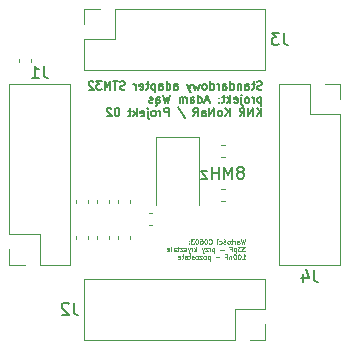
<source format=gbr>
%TF.GenerationSoftware,KiCad,Pcbnew,7.0.8*%
%TF.CreationDate,2024-01-12T13:09:39+01:00*%
%TF.ProjectId,adapter_STM32,61646170-7465-4725-9f53-544d33322e6b,rev?*%
%TF.SameCoordinates,Original*%
%TF.FileFunction,Legend,Bot*%
%TF.FilePolarity,Positive*%
%FSLAX46Y46*%
G04 Gerber Fmt 4.6, Leading zero omitted, Abs format (unit mm)*
G04 Created by KiCad (PCBNEW 7.0.8) date 2024-01-12 13:09:39*
%MOMM*%
%LPD*%
G01*
G04 APERTURE LIST*
%ADD10C,0.175000*%
%ADD11C,0.100000*%
%ADD12C,0.150000*%
%ADD13C,0.120000*%
G04 APERTURE END LIST*
D10*
X103891535Y-51211900D02*
X103791535Y-51245233D01*
X103791535Y-51245233D02*
X103624869Y-51245233D01*
X103624869Y-51245233D02*
X103558202Y-51211900D01*
X103558202Y-51211900D02*
X103524869Y-51178566D01*
X103524869Y-51178566D02*
X103491535Y-51111900D01*
X103491535Y-51111900D02*
X103491535Y-51045233D01*
X103491535Y-51045233D02*
X103524869Y-50978566D01*
X103524869Y-50978566D02*
X103558202Y-50945233D01*
X103558202Y-50945233D02*
X103624869Y-50911900D01*
X103624869Y-50911900D02*
X103758202Y-50878566D01*
X103758202Y-50878566D02*
X103824869Y-50845233D01*
X103824869Y-50845233D02*
X103858202Y-50811900D01*
X103858202Y-50811900D02*
X103891535Y-50745233D01*
X103891535Y-50745233D02*
X103891535Y-50678566D01*
X103891535Y-50678566D02*
X103858202Y-50611900D01*
X103858202Y-50611900D02*
X103824869Y-50578566D01*
X103824869Y-50578566D02*
X103758202Y-50545233D01*
X103758202Y-50545233D02*
X103591535Y-50545233D01*
X103591535Y-50545233D02*
X103491535Y-50578566D01*
X103291535Y-50778566D02*
X103024868Y-50778566D01*
X103191535Y-50545233D02*
X103191535Y-51145233D01*
X103191535Y-51145233D02*
X103158202Y-51211900D01*
X103158202Y-51211900D02*
X103091535Y-51245233D01*
X103091535Y-51245233D02*
X103024868Y-51245233D01*
X102491535Y-51245233D02*
X102491535Y-50878566D01*
X102491535Y-50878566D02*
X102524868Y-50811900D01*
X102524868Y-50811900D02*
X102591535Y-50778566D01*
X102591535Y-50778566D02*
X102724868Y-50778566D01*
X102724868Y-50778566D02*
X102791535Y-50811900D01*
X102491535Y-51211900D02*
X102558202Y-51245233D01*
X102558202Y-51245233D02*
X102724868Y-51245233D01*
X102724868Y-51245233D02*
X102791535Y-51211900D01*
X102791535Y-51211900D02*
X102824868Y-51145233D01*
X102824868Y-51145233D02*
X102824868Y-51078566D01*
X102824868Y-51078566D02*
X102791535Y-51011900D01*
X102791535Y-51011900D02*
X102724868Y-50978566D01*
X102724868Y-50978566D02*
X102558202Y-50978566D01*
X102558202Y-50978566D02*
X102491535Y-50945233D01*
X102158202Y-50778566D02*
X102158202Y-51245233D01*
X102158202Y-50845233D02*
X102124869Y-50811900D01*
X102124869Y-50811900D02*
X102058202Y-50778566D01*
X102058202Y-50778566D02*
X101958202Y-50778566D01*
X101958202Y-50778566D02*
X101891535Y-50811900D01*
X101891535Y-50811900D02*
X101858202Y-50878566D01*
X101858202Y-50878566D02*
X101858202Y-51245233D01*
X101224869Y-51245233D02*
X101224869Y-50545233D01*
X101224869Y-51211900D02*
X101291536Y-51245233D01*
X101291536Y-51245233D02*
X101424869Y-51245233D01*
X101424869Y-51245233D02*
X101491536Y-51211900D01*
X101491536Y-51211900D02*
X101524869Y-51178566D01*
X101524869Y-51178566D02*
X101558202Y-51111900D01*
X101558202Y-51111900D02*
X101558202Y-50911900D01*
X101558202Y-50911900D02*
X101524869Y-50845233D01*
X101524869Y-50845233D02*
X101491536Y-50811900D01*
X101491536Y-50811900D02*
X101424869Y-50778566D01*
X101424869Y-50778566D02*
X101291536Y-50778566D01*
X101291536Y-50778566D02*
X101224869Y-50811900D01*
X100591536Y-51245233D02*
X100591536Y-50878566D01*
X100591536Y-50878566D02*
X100624869Y-50811900D01*
X100624869Y-50811900D02*
X100691536Y-50778566D01*
X100691536Y-50778566D02*
X100824869Y-50778566D01*
X100824869Y-50778566D02*
X100891536Y-50811900D01*
X100591536Y-51211900D02*
X100658203Y-51245233D01*
X100658203Y-51245233D02*
X100824869Y-51245233D01*
X100824869Y-51245233D02*
X100891536Y-51211900D01*
X100891536Y-51211900D02*
X100924869Y-51145233D01*
X100924869Y-51145233D02*
X100924869Y-51078566D01*
X100924869Y-51078566D02*
X100891536Y-51011900D01*
X100891536Y-51011900D02*
X100824869Y-50978566D01*
X100824869Y-50978566D02*
X100658203Y-50978566D01*
X100658203Y-50978566D02*
X100591536Y-50945233D01*
X100258203Y-51245233D02*
X100258203Y-50778566D01*
X100258203Y-50911900D02*
X100224870Y-50845233D01*
X100224870Y-50845233D02*
X100191536Y-50811900D01*
X100191536Y-50811900D02*
X100124870Y-50778566D01*
X100124870Y-50778566D02*
X100058203Y-50778566D01*
X99524870Y-51245233D02*
X99524870Y-50545233D01*
X99524870Y-51211900D02*
X99591537Y-51245233D01*
X99591537Y-51245233D02*
X99724870Y-51245233D01*
X99724870Y-51245233D02*
X99791537Y-51211900D01*
X99791537Y-51211900D02*
X99824870Y-51178566D01*
X99824870Y-51178566D02*
X99858203Y-51111900D01*
X99858203Y-51111900D02*
X99858203Y-50911900D01*
X99858203Y-50911900D02*
X99824870Y-50845233D01*
X99824870Y-50845233D02*
X99791537Y-50811900D01*
X99791537Y-50811900D02*
X99724870Y-50778566D01*
X99724870Y-50778566D02*
X99591537Y-50778566D01*
X99591537Y-50778566D02*
X99524870Y-50811900D01*
X99091537Y-51245233D02*
X99158204Y-51211900D01*
X99158204Y-51211900D02*
X99191537Y-51178566D01*
X99191537Y-51178566D02*
X99224870Y-51111900D01*
X99224870Y-51111900D02*
X99224870Y-50911900D01*
X99224870Y-50911900D02*
X99191537Y-50845233D01*
X99191537Y-50845233D02*
X99158204Y-50811900D01*
X99158204Y-50811900D02*
X99091537Y-50778566D01*
X99091537Y-50778566D02*
X98991537Y-50778566D01*
X98991537Y-50778566D02*
X98924870Y-50811900D01*
X98924870Y-50811900D02*
X98891537Y-50845233D01*
X98891537Y-50845233D02*
X98858204Y-50911900D01*
X98858204Y-50911900D02*
X98858204Y-51111900D01*
X98858204Y-51111900D02*
X98891537Y-51178566D01*
X98891537Y-51178566D02*
X98924870Y-51211900D01*
X98924870Y-51211900D02*
X98991537Y-51245233D01*
X98991537Y-51245233D02*
X99091537Y-51245233D01*
X98624871Y-50778566D02*
X98491537Y-51245233D01*
X98491537Y-51245233D02*
X98358204Y-50911900D01*
X98358204Y-50911900D02*
X98224871Y-51245233D01*
X98224871Y-51245233D02*
X98091537Y-50778566D01*
X97891538Y-50778566D02*
X97724871Y-51245233D01*
X97558204Y-50778566D02*
X97724871Y-51245233D01*
X97724871Y-51245233D02*
X97791538Y-51411900D01*
X97791538Y-51411900D02*
X97824871Y-51445233D01*
X97824871Y-51445233D02*
X97891538Y-51478566D01*
X96458205Y-51245233D02*
X96458205Y-50878566D01*
X96458205Y-50878566D02*
X96491538Y-50811900D01*
X96491538Y-50811900D02*
X96558205Y-50778566D01*
X96558205Y-50778566D02*
X96691538Y-50778566D01*
X96691538Y-50778566D02*
X96758205Y-50811900D01*
X96458205Y-51211900D02*
X96524872Y-51245233D01*
X96524872Y-51245233D02*
X96691538Y-51245233D01*
X96691538Y-51245233D02*
X96758205Y-51211900D01*
X96758205Y-51211900D02*
X96791538Y-51145233D01*
X96791538Y-51145233D02*
X96791538Y-51078566D01*
X96791538Y-51078566D02*
X96758205Y-51011900D01*
X96758205Y-51011900D02*
X96691538Y-50978566D01*
X96691538Y-50978566D02*
X96524872Y-50978566D01*
X96524872Y-50978566D02*
X96458205Y-50945233D01*
X95824872Y-51245233D02*
X95824872Y-50545233D01*
X95824872Y-51211900D02*
X95891539Y-51245233D01*
X95891539Y-51245233D02*
X96024872Y-51245233D01*
X96024872Y-51245233D02*
X96091539Y-51211900D01*
X96091539Y-51211900D02*
X96124872Y-51178566D01*
X96124872Y-51178566D02*
X96158205Y-51111900D01*
X96158205Y-51111900D02*
X96158205Y-50911900D01*
X96158205Y-50911900D02*
X96124872Y-50845233D01*
X96124872Y-50845233D02*
X96091539Y-50811900D01*
X96091539Y-50811900D02*
X96024872Y-50778566D01*
X96024872Y-50778566D02*
X95891539Y-50778566D01*
X95891539Y-50778566D02*
X95824872Y-50811900D01*
X95191539Y-51245233D02*
X95191539Y-50878566D01*
X95191539Y-50878566D02*
X95224872Y-50811900D01*
X95224872Y-50811900D02*
X95291539Y-50778566D01*
X95291539Y-50778566D02*
X95424872Y-50778566D01*
X95424872Y-50778566D02*
X95491539Y-50811900D01*
X95191539Y-51211900D02*
X95258206Y-51245233D01*
X95258206Y-51245233D02*
X95424872Y-51245233D01*
X95424872Y-51245233D02*
X95491539Y-51211900D01*
X95491539Y-51211900D02*
X95524872Y-51145233D01*
X95524872Y-51145233D02*
X95524872Y-51078566D01*
X95524872Y-51078566D02*
X95491539Y-51011900D01*
X95491539Y-51011900D02*
X95424872Y-50978566D01*
X95424872Y-50978566D02*
X95258206Y-50978566D01*
X95258206Y-50978566D02*
X95191539Y-50945233D01*
X94858206Y-50778566D02*
X94858206Y-51478566D01*
X94858206Y-50811900D02*
X94791539Y-50778566D01*
X94791539Y-50778566D02*
X94658206Y-50778566D01*
X94658206Y-50778566D02*
X94591539Y-50811900D01*
X94591539Y-50811900D02*
X94558206Y-50845233D01*
X94558206Y-50845233D02*
X94524873Y-50911900D01*
X94524873Y-50911900D02*
X94524873Y-51111900D01*
X94524873Y-51111900D02*
X94558206Y-51178566D01*
X94558206Y-51178566D02*
X94591539Y-51211900D01*
X94591539Y-51211900D02*
X94658206Y-51245233D01*
X94658206Y-51245233D02*
X94791539Y-51245233D01*
X94791539Y-51245233D02*
X94858206Y-51211900D01*
X94324873Y-50778566D02*
X94058206Y-50778566D01*
X94224873Y-50545233D02*
X94224873Y-51145233D01*
X94224873Y-51145233D02*
X94191540Y-51211900D01*
X94191540Y-51211900D02*
X94124873Y-51245233D01*
X94124873Y-51245233D02*
X94058206Y-51245233D01*
X93558206Y-51211900D02*
X93624873Y-51245233D01*
X93624873Y-51245233D02*
X93758206Y-51245233D01*
X93758206Y-51245233D02*
X93824873Y-51211900D01*
X93824873Y-51211900D02*
X93858206Y-51145233D01*
X93858206Y-51145233D02*
X93858206Y-50878566D01*
X93858206Y-50878566D02*
X93824873Y-50811900D01*
X93824873Y-50811900D02*
X93758206Y-50778566D01*
X93758206Y-50778566D02*
X93624873Y-50778566D01*
X93624873Y-50778566D02*
X93558206Y-50811900D01*
X93558206Y-50811900D02*
X93524873Y-50878566D01*
X93524873Y-50878566D02*
X93524873Y-50945233D01*
X93524873Y-50945233D02*
X93858206Y-51011900D01*
X93224873Y-51245233D02*
X93224873Y-50778566D01*
X93224873Y-50911900D02*
X93191540Y-50845233D01*
X93191540Y-50845233D02*
X93158206Y-50811900D01*
X93158206Y-50811900D02*
X93091540Y-50778566D01*
X93091540Y-50778566D02*
X93024873Y-50778566D01*
X92291540Y-51211900D02*
X92191540Y-51245233D01*
X92191540Y-51245233D02*
X92024874Y-51245233D01*
X92024874Y-51245233D02*
X91958207Y-51211900D01*
X91958207Y-51211900D02*
X91924874Y-51178566D01*
X91924874Y-51178566D02*
X91891540Y-51111900D01*
X91891540Y-51111900D02*
X91891540Y-51045233D01*
X91891540Y-51045233D02*
X91924874Y-50978566D01*
X91924874Y-50978566D02*
X91958207Y-50945233D01*
X91958207Y-50945233D02*
X92024874Y-50911900D01*
X92024874Y-50911900D02*
X92158207Y-50878566D01*
X92158207Y-50878566D02*
X92224874Y-50845233D01*
X92224874Y-50845233D02*
X92258207Y-50811900D01*
X92258207Y-50811900D02*
X92291540Y-50745233D01*
X92291540Y-50745233D02*
X92291540Y-50678566D01*
X92291540Y-50678566D02*
X92258207Y-50611900D01*
X92258207Y-50611900D02*
X92224874Y-50578566D01*
X92224874Y-50578566D02*
X92158207Y-50545233D01*
X92158207Y-50545233D02*
X91991540Y-50545233D01*
X91991540Y-50545233D02*
X91891540Y-50578566D01*
X91691540Y-50545233D02*
X91291540Y-50545233D01*
X91491540Y-51245233D02*
X91491540Y-50545233D01*
X91058207Y-51245233D02*
X91058207Y-50545233D01*
X91058207Y-50545233D02*
X90824874Y-51045233D01*
X90824874Y-51045233D02*
X90591540Y-50545233D01*
X90591540Y-50545233D02*
X90591540Y-51245233D01*
X90324874Y-50545233D02*
X89891540Y-50545233D01*
X89891540Y-50545233D02*
X90124874Y-50811900D01*
X90124874Y-50811900D02*
X90024874Y-50811900D01*
X90024874Y-50811900D02*
X89958207Y-50845233D01*
X89958207Y-50845233D02*
X89924874Y-50878566D01*
X89924874Y-50878566D02*
X89891540Y-50945233D01*
X89891540Y-50945233D02*
X89891540Y-51111900D01*
X89891540Y-51111900D02*
X89924874Y-51178566D01*
X89924874Y-51178566D02*
X89958207Y-51211900D01*
X89958207Y-51211900D02*
X90024874Y-51245233D01*
X90024874Y-51245233D02*
X90224874Y-51245233D01*
X90224874Y-51245233D02*
X90291540Y-51211900D01*
X90291540Y-51211900D02*
X90324874Y-51178566D01*
X89624873Y-50611900D02*
X89591540Y-50578566D01*
X89591540Y-50578566D02*
X89524873Y-50545233D01*
X89524873Y-50545233D02*
X89358207Y-50545233D01*
X89358207Y-50545233D02*
X89291540Y-50578566D01*
X89291540Y-50578566D02*
X89258207Y-50611900D01*
X89258207Y-50611900D02*
X89224873Y-50678566D01*
X89224873Y-50678566D02*
X89224873Y-50745233D01*
X89224873Y-50745233D02*
X89258207Y-50845233D01*
X89258207Y-50845233D02*
X89658207Y-51245233D01*
X89658207Y-51245233D02*
X89224873Y-51245233D01*
X103858202Y-51905566D02*
X103858202Y-52605566D01*
X103858202Y-51938900D02*
X103791535Y-51905566D01*
X103791535Y-51905566D02*
X103658202Y-51905566D01*
X103658202Y-51905566D02*
X103591535Y-51938900D01*
X103591535Y-51938900D02*
X103558202Y-51972233D01*
X103558202Y-51972233D02*
X103524869Y-52038900D01*
X103524869Y-52038900D02*
X103524869Y-52238900D01*
X103524869Y-52238900D02*
X103558202Y-52305566D01*
X103558202Y-52305566D02*
X103591535Y-52338900D01*
X103591535Y-52338900D02*
X103658202Y-52372233D01*
X103658202Y-52372233D02*
X103791535Y-52372233D01*
X103791535Y-52372233D02*
X103858202Y-52338900D01*
X103224869Y-52372233D02*
X103224869Y-51905566D01*
X103224869Y-52038900D02*
X103191536Y-51972233D01*
X103191536Y-51972233D02*
X103158202Y-51938900D01*
X103158202Y-51938900D02*
X103091536Y-51905566D01*
X103091536Y-51905566D02*
X103024869Y-51905566D01*
X102691536Y-52372233D02*
X102758203Y-52338900D01*
X102758203Y-52338900D02*
X102791536Y-52305566D01*
X102791536Y-52305566D02*
X102824869Y-52238900D01*
X102824869Y-52238900D02*
X102824869Y-52038900D01*
X102824869Y-52038900D02*
X102791536Y-51972233D01*
X102791536Y-51972233D02*
X102758203Y-51938900D01*
X102758203Y-51938900D02*
X102691536Y-51905566D01*
X102691536Y-51905566D02*
X102591536Y-51905566D01*
X102591536Y-51905566D02*
X102524869Y-51938900D01*
X102524869Y-51938900D02*
X102491536Y-51972233D01*
X102491536Y-51972233D02*
X102458203Y-52038900D01*
X102458203Y-52038900D02*
X102458203Y-52238900D01*
X102458203Y-52238900D02*
X102491536Y-52305566D01*
X102491536Y-52305566D02*
X102524869Y-52338900D01*
X102524869Y-52338900D02*
X102591536Y-52372233D01*
X102591536Y-52372233D02*
X102691536Y-52372233D01*
X102158203Y-51905566D02*
X102158203Y-52505566D01*
X102158203Y-52505566D02*
X102191536Y-52572233D01*
X102191536Y-52572233D02*
X102258203Y-52605566D01*
X102258203Y-52605566D02*
X102291536Y-52605566D01*
X102158203Y-51672233D02*
X102191536Y-51705566D01*
X102191536Y-51705566D02*
X102158203Y-51738900D01*
X102158203Y-51738900D02*
X102124870Y-51705566D01*
X102124870Y-51705566D02*
X102158203Y-51672233D01*
X102158203Y-51672233D02*
X102158203Y-51738900D01*
X101558203Y-52338900D02*
X101624870Y-52372233D01*
X101624870Y-52372233D02*
X101758203Y-52372233D01*
X101758203Y-52372233D02*
X101824870Y-52338900D01*
X101824870Y-52338900D02*
X101858203Y-52272233D01*
X101858203Y-52272233D02*
X101858203Y-52005566D01*
X101858203Y-52005566D02*
X101824870Y-51938900D01*
X101824870Y-51938900D02*
X101758203Y-51905566D01*
X101758203Y-51905566D02*
X101624870Y-51905566D01*
X101624870Y-51905566D02*
X101558203Y-51938900D01*
X101558203Y-51938900D02*
X101524870Y-52005566D01*
X101524870Y-52005566D02*
X101524870Y-52072233D01*
X101524870Y-52072233D02*
X101858203Y-52138900D01*
X101224870Y-52372233D02*
X101224870Y-51672233D01*
X101158203Y-52105566D02*
X100958203Y-52372233D01*
X100958203Y-51905566D02*
X101224870Y-52172233D01*
X100758203Y-51905566D02*
X100491536Y-51905566D01*
X100658203Y-51672233D02*
X100658203Y-52272233D01*
X100658203Y-52272233D02*
X100624870Y-52338900D01*
X100624870Y-52338900D02*
X100558203Y-52372233D01*
X100558203Y-52372233D02*
X100491536Y-52372233D01*
X100258203Y-52305566D02*
X100224870Y-52338900D01*
X100224870Y-52338900D02*
X100258203Y-52372233D01*
X100258203Y-52372233D02*
X100291536Y-52338900D01*
X100291536Y-52338900D02*
X100258203Y-52305566D01*
X100258203Y-52305566D02*
X100258203Y-52372233D01*
X100258203Y-51938900D02*
X100224870Y-51972233D01*
X100224870Y-51972233D02*
X100258203Y-52005566D01*
X100258203Y-52005566D02*
X100291536Y-51972233D01*
X100291536Y-51972233D02*
X100258203Y-51938900D01*
X100258203Y-51938900D02*
X100258203Y-52005566D01*
X99424870Y-52172233D02*
X99091537Y-52172233D01*
X99491537Y-52372233D02*
X99258204Y-51672233D01*
X99258204Y-51672233D02*
X99024870Y-52372233D01*
X98491537Y-52372233D02*
X98491537Y-51672233D01*
X98491537Y-52338900D02*
X98558204Y-52372233D01*
X98558204Y-52372233D02*
X98691537Y-52372233D01*
X98691537Y-52372233D02*
X98758204Y-52338900D01*
X98758204Y-52338900D02*
X98791537Y-52305566D01*
X98791537Y-52305566D02*
X98824870Y-52238900D01*
X98824870Y-52238900D02*
X98824870Y-52038900D01*
X98824870Y-52038900D02*
X98791537Y-51972233D01*
X98791537Y-51972233D02*
X98758204Y-51938900D01*
X98758204Y-51938900D02*
X98691537Y-51905566D01*
X98691537Y-51905566D02*
X98558204Y-51905566D01*
X98558204Y-51905566D02*
X98491537Y-51938900D01*
X97858204Y-52372233D02*
X97858204Y-52005566D01*
X97858204Y-52005566D02*
X97891537Y-51938900D01*
X97891537Y-51938900D02*
X97958204Y-51905566D01*
X97958204Y-51905566D02*
X98091537Y-51905566D01*
X98091537Y-51905566D02*
X98158204Y-51938900D01*
X97858204Y-52338900D02*
X97924871Y-52372233D01*
X97924871Y-52372233D02*
X98091537Y-52372233D01*
X98091537Y-52372233D02*
X98158204Y-52338900D01*
X98158204Y-52338900D02*
X98191537Y-52272233D01*
X98191537Y-52272233D02*
X98191537Y-52205566D01*
X98191537Y-52205566D02*
X98158204Y-52138900D01*
X98158204Y-52138900D02*
X98091537Y-52105566D01*
X98091537Y-52105566D02*
X97924871Y-52105566D01*
X97924871Y-52105566D02*
X97858204Y-52072233D01*
X97524871Y-52372233D02*
X97524871Y-51905566D01*
X97524871Y-51972233D02*
X97491538Y-51938900D01*
X97491538Y-51938900D02*
X97424871Y-51905566D01*
X97424871Y-51905566D02*
X97324871Y-51905566D01*
X97324871Y-51905566D02*
X97258204Y-51938900D01*
X97258204Y-51938900D02*
X97224871Y-52005566D01*
X97224871Y-52005566D02*
X97224871Y-52372233D01*
X97224871Y-52005566D02*
X97191538Y-51938900D01*
X97191538Y-51938900D02*
X97124871Y-51905566D01*
X97124871Y-51905566D02*
X97024871Y-51905566D01*
X97024871Y-51905566D02*
X96958204Y-51938900D01*
X96958204Y-51938900D02*
X96924871Y-52005566D01*
X96924871Y-52005566D02*
X96924871Y-52372233D01*
X96124872Y-51672233D02*
X95958205Y-52372233D01*
X95958205Y-52372233D02*
X95824872Y-51872233D01*
X95824872Y-51872233D02*
X95691538Y-52372233D01*
X95691538Y-52372233D02*
X95524872Y-51672233D01*
X94958205Y-52372233D02*
X94958205Y-52005566D01*
X94958205Y-52005566D02*
X94991538Y-51938900D01*
X94991538Y-51938900D02*
X95058205Y-51905566D01*
X95058205Y-51905566D02*
X95191538Y-51905566D01*
X95191538Y-51905566D02*
X95258205Y-51938900D01*
X94958205Y-52338900D02*
X95024872Y-52372233D01*
X95024872Y-52372233D02*
X95191538Y-52372233D01*
X95191538Y-52372233D02*
X95258205Y-52338900D01*
X95258205Y-52338900D02*
X95291538Y-52272233D01*
X95291538Y-52272233D02*
X95291538Y-52205566D01*
X95291538Y-52205566D02*
X95258205Y-52138900D01*
X95258205Y-52138900D02*
X95191538Y-52105566D01*
X95191538Y-52105566D02*
X95024872Y-52105566D01*
X95024872Y-52105566D02*
X94958205Y-52072233D01*
X94958205Y-52372233D02*
X95024872Y-52438900D01*
X95024872Y-52438900D02*
X95058205Y-52505566D01*
X95058205Y-52505566D02*
X95024872Y-52572233D01*
X95024872Y-52572233D02*
X94958205Y-52605566D01*
X94958205Y-52605566D02*
X94891538Y-52605566D01*
X94658205Y-52338900D02*
X94591539Y-52372233D01*
X94591539Y-52372233D02*
X94458205Y-52372233D01*
X94458205Y-52372233D02*
X94391539Y-52338900D01*
X94391539Y-52338900D02*
X94358205Y-52272233D01*
X94358205Y-52272233D02*
X94358205Y-52238900D01*
X94358205Y-52238900D02*
X94391539Y-52172233D01*
X94391539Y-52172233D02*
X94458205Y-52138900D01*
X94458205Y-52138900D02*
X94558205Y-52138900D01*
X94558205Y-52138900D02*
X94624872Y-52105566D01*
X94624872Y-52105566D02*
X94658205Y-52038900D01*
X94658205Y-52038900D02*
X94658205Y-52005566D01*
X94658205Y-52005566D02*
X94624872Y-51938900D01*
X94624872Y-51938900D02*
X94558205Y-51905566D01*
X94558205Y-51905566D02*
X94458205Y-51905566D01*
X94458205Y-51905566D02*
X94391539Y-51938900D01*
X103858202Y-53499233D02*
X103858202Y-52799233D01*
X103458202Y-53499233D02*
X103758202Y-53099233D01*
X103458202Y-52799233D02*
X103858202Y-53199233D01*
X103158202Y-53499233D02*
X103158202Y-52799233D01*
X103158202Y-52799233D02*
X102758202Y-53499233D01*
X102758202Y-53499233D02*
X102758202Y-52799233D01*
X102024869Y-53499233D02*
X102258202Y-53165900D01*
X102424869Y-53499233D02*
X102424869Y-52799233D01*
X102424869Y-52799233D02*
X102158202Y-52799233D01*
X102158202Y-52799233D02*
X102091536Y-52832566D01*
X102091536Y-52832566D02*
X102058202Y-52865900D01*
X102058202Y-52865900D02*
X102024869Y-52932566D01*
X102024869Y-52932566D02*
X102024869Y-53032566D01*
X102024869Y-53032566D02*
X102058202Y-53099233D01*
X102058202Y-53099233D02*
X102091536Y-53132566D01*
X102091536Y-53132566D02*
X102158202Y-53165900D01*
X102158202Y-53165900D02*
X102424869Y-53165900D01*
X101191536Y-53499233D02*
X101191536Y-52799233D01*
X100791536Y-53499233D02*
X101091536Y-53099233D01*
X100791536Y-52799233D02*
X101191536Y-53199233D01*
X100391536Y-53499233D02*
X100458203Y-53465900D01*
X100458203Y-53465900D02*
X100491536Y-53432566D01*
X100491536Y-53432566D02*
X100524869Y-53365900D01*
X100524869Y-53365900D02*
X100524869Y-53165900D01*
X100524869Y-53165900D02*
X100491536Y-53099233D01*
X100491536Y-53099233D02*
X100458203Y-53065900D01*
X100458203Y-53065900D02*
X100391536Y-53032566D01*
X100391536Y-53032566D02*
X100291536Y-53032566D01*
X100291536Y-53032566D02*
X100224869Y-53065900D01*
X100224869Y-53065900D02*
X100191536Y-53099233D01*
X100191536Y-53099233D02*
X100158203Y-53165900D01*
X100158203Y-53165900D02*
X100158203Y-53365900D01*
X100158203Y-53365900D02*
X100191536Y-53432566D01*
X100191536Y-53432566D02*
X100224869Y-53465900D01*
X100224869Y-53465900D02*
X100291536Y-53499233D01*
X100291536Y-53499233D02*
X100391536Y-53499233D01*
X99858203Y-53499233D02*
X99858203Y-52799233D01*
X99858203Y-52799233D02*
X99458203Y-53499233D01*
X99458203Y-53499233D02*
X99458203Y-52799233D01*
X98824870Y-53499233D02*
X98824870Y-53132566D01*
X98824870Y-53132566D02*
X98858203Y-53065900D01*
X98858203Y-53065900D02*
X98924870Y-53032566D01*
X98924870Y-53032566D02*
X99058203Y-53032566D01*
X99058203Y-53032566D02*
X99124870Y-53065900D01*
X98824870Y-53465900D02*
X98891537Y-53499233D01*
X98891537Y-53499233D02*
X99058203Y-53499233D01*
X99058203Y-53499233D02*
X99124870Y-53465900D01*
X99124870Y-53465900D02*
X99158203Y-53399233D01*
X99158203Y-53399233D02*
X99158203Y-53332566D01*
X99158203Y-53332566D02*
X99124870Y-53265900D01*
X99124870Y-53265900D02*
X99058203Y-53232566D01*
X99058203Y-53232566D02*
X98891537Y-53232566D01*
X98891537Y-53232566D02*
X98824870Y-53199233D01*
X98091537Y-53499233D02*
X98324870Y-53165900D01*
X98491537Y-53499233D02*
X98491537Y-52799233D01*
X98491537Y-52799233D02*
X98224870Y-52799233D01*
X98224870Y-52799233D02*
X98158204Y-52832566D01*
X98158204Y-52832566D02*
X98124870Y-52865900D01*
X98124870Y-52865900D02*
X98091537Y-52932566D01*
X98091537Y-52932566D02*
X98091537Y-53032566D01*
X98091537Y-53032566D02*
X98124870Y-53099233D01*
X98124870Y-53099233D02*
X98158204Y-53132566D01*
X98158204Y-53132566D02*
X98224870Y-53165900D01*
X98224870Y-53165900D02*
X98491537Y-53165900D01*
X96758204Y-52765900D02*
X97358204Y-53665900D01*
X95991538Y-53499233D02*
X95991538Y-52799233D01*
X95991538Y-52799233D02*
X95724871Y-52799233D01*
X95724871Y-52799233D02*
X95658205Y-52832566D01*
X95658205Y-52832566D02*
X95624871Y-52865900D01*
X95624871Y-52865900D02*
X95591538Y-52932566D01*
X95591538Y-52932566D02*
X95591538Y-53032566D01*
X95591538Y-53032566D02*
X95624871Y-53099233D01*
X95624871Y-53099233D02*
X95658205Y-53132566D01*
X95658205Y-53132566D02*
X95724871Y-53165900D01*
X95724871Y-53165900D02*
X95991538Y-53165900D01*
X95291538Y-53499233D02*
X95291538Y-53032566D01*
X95291538Y-53165900D02*
X95258205Y-53099233D01*
X95258205Y-53099233D02*
X95224871Y-53065900D01*
X95224871Y-53065900D02*
X95158205Y-53032566D01*
X95158205Y-53032566D02*
X95091538Y-53032566D01*
X94758205Y-53499233D02*
X94824872Y-53465900D01*
X94824872Y-53465900D02*
X94858205Y-53432566D01*
X94858205Y-53432566D02*
X94891538Y-53365900D01*
X94891538Y-53365900D02*
X94891538Y-53165900D01*
X94891538Y-53165900D02*
X94858205Y-53099233D01*
X94858205Y-53099233D02*
X94824872Y-53065900D01*
X94824872Y-53065900D02*
X94758205Y-53032566D01*
X94758205Y-53032566D02*
X94658205Y-53032566D01*
X94658205Y-53032566D02*
X94591538Y-53065900D01*
X94591538Y-53065900D02*
X94558205Y-53099233D01*
X94558205Y-53099233D02*
X94524872Y-53165900D01*
X94524872Y-53165900D02*
X94524872Y-53365900D01*
X94524872Y-53365900D02*
X94558205Y-53432566D01*
X94558205Y-53432566D02*
X94591538Y-53465900D01*
X94591538Y-53465900D02*
X94658205Y-53499233D01*
X94658205Y-53499233D02*
X94758205Y-53499233D01*
X94224872Y-53032566D02*
X94224872Y-53632566D01*
X94224872Y-53632566D02*
X94258205Y-53699233D01*
X94258205Y-53699233D02*
X94324872Y-53732566D01*
X94324872Y-53732566D02*
X94358205Y-53732566D01*
X94224872Y-52799233D02*
X94258205Y-52832566D01*
X94258205Y-52832566D02*
X94224872Y-52865900D01*
X94224872Y-52865900D02*
X94191539Y-52832566D01*
X94191539Y-52832566D02*
X94224872Y-52799233D01*
X94224872Y-52799233D02*
X94224872Y-52865900D01*
X93624872Y-53465900D02*
X93691539Y-53499233D01*
X93691539Y-53499233D02*
X93824872Y-53499233D01*
X93824872Y-53499233D02*
X93891539Y-53465900D01*
X93891539Y-53465900D02*
X93924872Y-53399233D01*
X93924872Y-53399233D02*
X93924872Y-53132566D01*
X93924872Y-53132566D02*
X93891539Y-53065900D01*
X93891539Y-53065900D02*
X93824872Y-53032566D01*
X93824872Y-53032566D02*
X93691539Y-53032566D01*
X93691539Y-53032566D02*
X93624872Y-53065900D01*
X93624872Y-53065900D02*
X93591539Y-53132566D01*
X93591539Y-53132566D02*
X93591539Y-53199233D01*
X93591539Y-53199233D02*
X93924872Y-53265900D01*
X93291539Y-53499233D02*
X93291539Y-52799233D01*
X93224872Y-53232566D02*
X93024872Y-53499233D01*
X93024872Y-53032566D02*
X93291539Y-53299233D01*
X92824872Y-53032566D02*
X92558205Y-53032566D01*
X92724872Y-52799233D02*
X92724872Y-53399233D01*
X92724872Y-53399233D02*
X92691539Y-53465900D01*
X92691539Y-53465900D02*
X92624872Y-53499233D01*
X92624872Y-53499233D02*
X92558205Y-53499233D01*
X91658206Y-52799233D02*
X91591539Y-52799233D01*
X91591539Y-52799233D02*
X91524872Y-52832566D01*
X91524872Y-52832566D02*
X91491539Y-52865900D01*
X91491539Y-52865900D02*
X91458206Y-52932566D01*
X91458206Y-52932566D02*
X91424872Y-53065900D01*
X91424872Y-53065900D02*
X91424872Y-53232566D01*
X91424872Y-53232566D02*
X91458206Y-53365900D01*
X91458206Y-53365900D02*
X91491539Y-53432566D01*
X91491539Y-53432566D02*
X91524872Y-53465900D01*
X91524872Y-53465900D02*
X91591539Y-53499233D01*
X91591539Y-53499233D02*
X91658206Y-53499233D01*
X91658206Y-53499233D02*
X91724872Y-53465900D01*
X91724872Y-53465900D02*
X91758206Y-53432566D01*
X91758206Y-53432566D02*
X91791539Y-53365900D01*
X91791539Y-53365900D02*
X91824872Y-53232566D01*
X91824872Y-53232566D02*
X91824872Y-53065900D01*
X91824872Y-53065900D02*
X91791539Y-52932566D01*
X91791539Y-52932566D02*
X91758206Y-52865900D01*
X91758206Y-52865900D02*
X91724872Y-52832566D01*
X91724872Y-52832566D02*
X91658206Y-52799233D01*
X91158205Y-52865900D02*
X91124872Y-52832566D01*
X91124872Y-52832566D02*
X91058205Y-52799233D01*
X91058205Y-52799233D02*
X90891539Y-52799233D01*
X90891539Y-52799233D02*
X90824872Y-52832566D01*
X90824872Y-52832566D02*
X90791539Y-52865900D01*
X90791539Y-52865900D02*
X90758205Y-52932566D01*
X90758205Y-52932566D02*
X90758205Y-52999233D01*
X90758205Y-52999233D02*
X90791539Y-53099233D01*
X90791539Y-53099233D02*
X91191539Y-53499233D01*
X91191539Y-53499233D02*
X90758205Y-53499233D01*
D11*
X102493068Y-63907847D02*
X102397830Y-64307847D01*
X102397830Y-64307847D02*
X102321639Y-64022133D01*
X102321639Y-64022133D02*
X102245449Y-64307847D01*
X102245449Y-64307847D02*
X102150211Y-63907847D01*
X101826401Y-64307847D02*
X101826401Y-64098323D01*
X101826401Y-64098323D02*
X101845448Y-64060228D01*
X101845448Y-64060228D02*
X101883544Y-64041180D01*
X101883544Y-64041180D02*
X101959734Y-64041180D01*
X101959734Y-64041180D02*
X101997829Y-64060228D01*
X101826401Y-64288800D02*
X101864496Y-64307847D01*
X101864496Y-64307847D02*
X101959734Y-64307847D01*
X101959734Y-64307847D02*
X101997829Y-64288800D01*
X101997829Y-64288800D02*
X102016877Y-64250704D01*
X102016877Y-64250704D02*
X102016877Y-64212609D01*
X102016877Y-64212609D02*
X101997829Y-64174514D01*
X101997829Y-64174514D02*
X101959734Y-64155466D01*
X101959734Y-64155466D02*
X101864496Y-64155466D01*
X101864496Y-64155466D02*
X101826401Y-64136419D01*
X101635924Y-64307847D02*
X101635924Y-64041180D01*
X101635924Y-64117371D02*
X101616877Y-64079276D01*
X101616877Y-64079276D02*
X101597829Y-64060228D01*
X101597829Y-64060228D02*
X101559734Y-64041180D01*
X101559734Y-64041180D02*
X101521639Y-64041180D01*
X101445448Y-64041180D02*
X101293067Y-64041180D01*
X101388305Y-63907847D02*
X101388305Y-64250704D01*
X101388305Y-64250704D02*
X101369258Y-64288800D01*
X101369258Y-64288800D02*
X101331163Y-64307847D01*
X101331163Y-64307847D02*
X101293067Y-64307847D01*
X101102592Y-64307847D02*
X101140687Y-64288800D01*
X101140687Y-64288800D02*
X101159734Y-64269752D01*
X101159734Y-64269752D02*
X101178782Y-64231657D01*
X101178782Y-64231657D02*
X101178782Y-64117371D01*
X101178782Y-64117371D02*
X101159734Y-64079276D01*
X101159734Y-64079276D02*
X101140687Y-64060228D01*
X101140687Y-64060228D02*
X101102592Y-64041180D01*
X101102592Y-64041180D02*
X101045449Y-64041180D01*
X101045449Y-64041180D02*
X101007353Y-64060228D01*
X101007353Y-64060228D02*
X100988306Y-64079276D01*
X100988306Y-64079276D02*
X100969258Y-64117371D01*
X100969258Y-64117371D02*
X100969258Y-64231657D01*
X100969258Y-64231657D02*
X100988306Y-64269752D01*
X100988306Y-64269752D02*
X101007353Y-64288800D01*
X101007353Y-64288800D02*
X101045449Y-64307847D01*
X101045449Y-64307847D02*
X101102592Y-64307847D01*
X100816877Y-64288800D02*
X100778782Y-64307847D01*
X100778782Y-64307847D02*
X100702591Y-64307847D01*
X100702591Y-64307847D02*
X100664496Y-64288800D01*
X100664496Y-64288800D02*
X100645448Y-64250704D01*
X100645448Y-64250704D02*
X100645448Y-64231657D01*
X100645448Y-64231657D02*
X100664496Y-64193561D01*
X100664496Y-64193561D02*
X100702591Y-64174514D01*
X100702591Y-64174514D02*
X100759734Y-64174514D01*
X100759734Y-64174514D02*
X100797829Y-64155466D01*
X100797829Y-64155466D02*
X100816877Y-64117371D01*
X100816877Y-64117371D02*
X100816877Y-64098323D01*
X100816877Y-64098323D02*
X100797829Y-64060228D01*
X100797829Y-64060228D02*
X100759734Y-64041180D01*
X100759734Y-64041180D02*
X100702591Y-64041180D01*
X100702591Y-64041180D02*
X100664496Y-64060228D01*
X100702591Y-63888800D02*
X100759734Y-63945942D01*
X100302591Y-64288800D02*
X100340686Y-64307847D01*
X100340686Y-64307847D02*
X100416877Y-64307847D01*
X100416877Y-64307847D02*
X100454972Y-64288800D01*
X100454972Y-64288800D02*
X100474019Y-64269752D01*
X100474019Y-64269752D02*
X100493067Y-64231657D01*
X100493067Y-64231657D02*
X100493067Y-64117371D01*
X100493067Y-64117371D02*
X100474019Y-64079276D01*
X100474019Y-64079276D02*
X100454972Y-64060228D01*
X100454972Y-64060228D02*
X100416877Y-64041180D01*
X100416877Y-64041180D02*
X100340686Y-64041180D01*
X100340686Y-64041180D02*
X100302591Y-64060228D01*
X100131162Y-64307847D02*
X100131162Y-64041180D01*
X100131162Y-63907847D02*
X100150210Y-63926895D01*
X100150210Y-63926895D02*
X100131162Y-63945942D01*
X100131162Y-63945942D02*
X100112115Y-63926895D01*
X100112115Y-63926895D02*
X100131162Y-63907847D01*
X100131162Y-63907847D02*
X100131162Y-63945942D01*
X99407353Y-64269752D02*
X99426401Y-64288800D01*
X99426401Y-64288800D02*
X99483543Y-64307847D01*
X99483543Y-64307847D02*
X99521639Y-64307847D01*
X99521639Y-64307847D02*
X99578782Y-64288800D01*
X99578782Y-64288800D02*
X99616877Y-64250704D01*
X99616877Y-64250704D02*
X99635924Y-64212609D01*
X99635924Y-64212609D02*
X99654972Y-64136419D01*
X99654972Y-64136419D02*
X99654972Y-64079276D01*
X99654972Y-64079276D02*
X99635924Y-64003085D01*
X99635924Y-64003085D02*
X99616877Y-63964990D01*
X99616877Y-63964990D02*
X99578782Y-63926895D01*
X99578782Y-63926895D02*
X99521639Y-63907847D01*
X99521639Y-63907847D02*
X99483543Y-63907847D01*
X99483543Y-63907847D02*
X99426401Y-63926895D01*
X99426401Y-63926895D02*
X99407353Y-63945942D01*
X99159734Y-63907847D02*
X99121639Y-63907847D01*
X99121639Y-63907847D02*
X99083543Y-63926895D01*
X99083543Y-63926895D02*
X99064496Y-63945942D01*
X99064496Y-63945942D02*
X99045448Y-63984038D01*
X99045448Y-63984038D02*
X99026401Y-64060228D01*
X99026401Y-64060228D02*
X99026401Y-64155466D01*
X99026401Y-64155466D02*
X99045448Y-64231657D01*
X99045448Y-64231657D02*
X99064496Y-64269752D01*
X99064496Y-64269752D02*
X99083543Y-64288800D01*
X99083543Y-64288800D02*
X99121639Y-64307847D01*
X99121639Y-64307847D02*
X99159734Y-64307847D01*
X99159734Y-64307847D02*
X99197829Y-64288800D01*
X99197829Y-64288800D02*
X99216877Y-64269752D01*
X99216877Y-64269752D02*
X99235924Y-64231657D01*
X99235924Y-64231657D02*
X99254972Y-64155466D01*
X99254972Y-64155466D02*
X99254972Y-64060228D01*
X99254972Y-64060228D02*
X99235924Y-63984038D01*
X99235924Y-63984038D02*
X99216877Y-63945942D01*
X99216877Y-63945942D02*
X99197829Y-63926895D01*
X99197829Y-63926895D02*
X99159734Y-63907847D01*
X98683544Y-63907847D02*
X98759734Y-63907847D01*
X98759734Y-63907847D02*
X98797830Y-63926895D01*
X98797830Y-63926895D02*
X98816877Y-63945942D01*
X98816877Y-63945942D02*
X98854972Y-64003085D01*
X98854972Y-64003085D02*
X98874020Y-64079276D01*
X98874020Y-64079276D02*
X98874020Y-64231657D01*
X98874020Y-64231657D02*
X98854972Y-64269752D01*
X98854972Y-64269752D02*
X98835925Y-64288800D01*
X98835925Y-64288800D02*
X98797830Y-64307847D01*
X98797830Y-64307847D02*
X98721639Y-64307847D01*
X98721639Y-64307847D02*
X98683544Y-64288800D01*
X98683544Y-64288800D02*
X98664496Y-64269752D01*
X98664496Y-64269752D02*
X98645449Y-64231657D01*
X98645449Y-64231657D02*
X98645449Y-64136419D01*
X98645449Y-64136419D02*
X98664496Y-64098323D01*
X98664496Y-64098323D02*
X98683544Y-64079276D01*
X98683544Y-64079276D02*
X98721639Y-64060228D01*
X98721639Y-64060228D02*
X98797830Y-64060228D01*
X98797830Y-64060228D02*
X98835925Y-64079276D01*
X98835925Y-64079276D02*
X98854972Y-64098323D01*
X98854972Y-64098323D02*
X98874020Y-64136419D01*
X98397830Y-63907847D02*
X98359735Y-63907847D01*
X98359735Y-63907847D02*
X98321639Y-63926895D01*
X98321639Y-63926895D02*
X98302592Y-63945942D01*
X98302592Y-63945942D02*
X98283544Y-63984038D01*
X98283544Y-63984038D02*
X98264497Y-64060228D01*
X98264497Y-64060228D02*
X98264497Y-64155466D01*
X98264497Y-64155466D02*
X98283544Y-64231657D01*
X98283544Y-64231657D02*
X98302592Y-64269752D01*
X98302592Y-64269752D02*
X98321639Y-64288800D01*
X98321639Y-64288800D02*
X98359735Y-64307847D01*
X98359735Y-64307847D02*
X98397830Y-64307847D01*
X98397830Y-64307847D02*
X98435925Y-64288800D01*
X98435925Y-64288800D02*
X98454973Y-64269752D01*
X98454973Y-64269752D02*
X98474020Y-64231657D01*
X98474020Y-64231657D02*
X98493068Y-64155466D01*
X98493068Y-64155466D02*
X98493068Y-64060228D01*
X98493068Y-64060228D02*
X98474020Y-63984038D01*
X98474020Y-63984038D02*
X98454973Y-63945942D01*
X98454973Y-63945942D02*
X98435925Y-63926895D01*
X98435925Y-63926895D02*
X98397830Y-63907847D01*
X98131164Y-63907847D02*
X97883545Y-63907847D01*
X97883545Y-63907847D02*
X98016878Y-64060228D01*
X98016878Y-64060228D02*
X97959735Y-64060228D01*
X97959735Y-64060228D02*
X97921640Y-64079276D01*
X97921640Y-64079276D02*
X97902592Y-64098323D01*
X97902592Y-64098323D02*
X97883545Y-64136419D01*
X97883545Y-64136419D02*
X97883545Y-64231657D01*
X97883545Y-64231657D02*
X97902592Y-64269752D01*
X97902592Y-64269752D02*
X97921640Y-64288800D01*
X97921640Y-64288800D02*
X97959735Y-64307847D01*
X97959735Y-64307847D02*
X98074021Y-64307847D01*
X98074021Y-64307847D02*
X98112116Y-64288800D01*
X98112116Y-64288800D02*
X98131164Y-64269752D01*
X97712116Y-64269752D02*
X97693069Y-64288800D01*
X97693069Y-64288800D02*
X97712116Y-64307847D01*
X97712116Y-64307847D02*
X97731164Y-64288800D01*
X97731164Y-64288800D02*
X97712116Y-64269752D01*
X97712116Y-64269752D02*
X97712116Y-64307847D01*
X97712116Y-64060228D02*
X97693069Y-64079276D01*
X97693069Y-64079276D02*
X97712116Y-64098323D01*
X97712116Y-64098323D02*
X97731164Y-64079276D01*
X97731164Y-64079276D02*
X97712116Y-64060228D01*
X97712116Y-64060228D02*
X97712116Y-64098323D01*
X102493068Y-64551847D02*
X102245449Y-64551847D01*
X102245449Y-64551847D02*
X102378782Y-64704228D01*
X102378782Y-64704228D02*
X102321639Y-64704228D01*
X102321639Y-64704228D02*
X102283544Y-64723276D01*
X102283544Y-64723276D02*
X102264496Y-64742323D01*
X102264496Y-64742323D02*
X102245449Y-64780419D01*
X102245449Y-64780419D02*
X102245449Y-64875657D01*
X102245449Y-64875657D02*
X102264496Y-64913752D01*
X102264496Y-64913752D02*
X102283544Y-64932800D01*
X102283544Y-64932800D02*
X102321639Y-64951847D01*
X102321639Y-64951847D02*
X102435925Y-64951847D01*
X102435925Y-64951847D02*
X102474020Y-64932800D01*
X102474020Y-64932800D02*
X102493068Y-64913752D01*
X102112116Y-64551847D02*
X101864497Y-64551847D01*
X101864497Y-64551847D02*
X101997830Y-64704228D01*
X101997830Y-64704228D02*
X101940687Y-64704228D01*
X101940687Y-64704228D02*
X101902592Y-64723276D01*
X101902592Y-64723276D02*
X101883544Y-64742323D01*
X101883544Y-64742323D02*
X101864497Y-64780419D01*
X101864497Y-64780419D02*
X101864497Y-64875657D01*
X101864497Y-64875657D02*
X101883544Y-64913752D01*
X101883544Y-64913752D02*
X101902592Y-64932800D01*
X101902592Y-64932800D02*
X101940687Y-64951847D01*
X101940687Y-64951847D02*
X102054973Y-64951847D01*
X102054973Y-64951847D02*
X102093068Y-64932800D01*
X102093068Y-64932800D02*
X102112116Y-64913752D01*
X101693068Y-64685180D02*
X101693068Y-65085180D01*
X101693068Y-64704228D02*
X101654973Y-64685180D01*
X101654973Y-64685180D02*
X101578783Y-64685180D01*
X101578783Y-64685180D02*
X101540687Y-64704228D01*
X101540687Y-64704228D02*
X101521640Y-64723276D01*
X101521640Y-64723276D02*
X101502592Y-64761371D01*
X101502592Y-64761371D02*
X101502592Y-64875657D01*
X101502592Y-64875657D02*
X101521640Y-64913752D01*
X101521640Y-64913752D02*
X101540687Y-64932800D01*
X101540687Y-64932800D02*
X101578783Y-64951847D01*
X101578783Y-64951847D02*
X101654973Y-64951847D01*
X101654973Y-64951847D02*
X101693068Y-64932800D01*
X101197830Y-64742323D02*
X101331163Y-64742323D01*
X101331163Y-64951847D02*
X101331163Y-64551847D01*
X101331163Y-64551847D02*
X101140687Y-64551847D01*
X100683544Y-64799466D02*
X100378783Y-64799466D01*
X99883544Y-64685180D02*
X99883544Y-65085180D01*
X99883544Y-64704228D02*
X99845449Y-64685180D01*
X99845449Y-64685180D02*
X99769259Y-64685180D01*
X99769259Y-64685180D02*
X99731163Y-64704228D01*
X99731163Y-64704228D02*
X99712116Y-64723276D01*
X99712116Y-64723276D02*
X99693068Y-64761371D01*
X99693068Y-64761371D02*
X99693068Y-64875657D01*
X99693068Y-64875657D02*
X99712116Y-64913752D01*
X99712116Y-64913752D02*
X99731163Y-64932800D01*
X99731163Y-64932800D02*
X99769259Y-64951847D01*
X99769259Y-64951847D02*
X99845449Y-64951847D01*
X99845449Y-64951847D02*
X99883544Y-64932800D01*
X99521639Y-64951847D02*
X99521639Y-64685180D01*
X99521639Y-64761371D02*
X99502592Y-64723276D01*
X99502592Y-64723276D02*
X99483544Y-64704228D01*
X99483544Y-64704228D02*
X99445449Y-64685180D01*
X99445449Y-64685180D02*
X99407354Y-64685180D01*
X99312116Y-64685180D02*
X99102592Y-64685180D01*
X99102592Y-64685180D02*
X99312116Y-64951847D01*
X99312116Y-64951847D02*
X99102592Y-64951847D01*
X98988306Y-64685180D02*
X98893068Y-64951847D01*
X98797829Y-64685180D02*
X98893068Y-64951847D01*
X98893068Y-64951847D02*
X98931163Y-65047085D01*
X98931163Y-65047085D02*
X98950210Y-65066133D01*
X98950210Y-65066133D02*
X98988306Y-65085180D01*
X98340686Y-64951847D02*
X98340686Y-64551847D01*
X98302591Y-64799466D02*
X98188305Y-64951847D01*
X98188305Y-64685180D02*
X98340686Y-64837561D01*
X98016876Y-64951847D02*
X98016876Y-64685180D01*
X98016876Y-64761371D02*
X97997829Y-64723276D01*
X97997829Y-64723276D02*
X97978781Y-64704228D01*
X97978781Y-64704228D02*
X97940686Y-64685180D01*
X97940686Y-64685180D02*
X97902591Y-64685180D01*
X97807353Y-64685180D02*
X97712115Y-64951847D01*
X97616876Y-64685180D02*
X97712115Y-64951847D01*
X97712115Y-64951847D02*
X97750210Y-65047085D01*
X97750210Y-65047085D02*
X97769257Y-65066133D01*
X97769257Y-65066133D02*
X97807353Y-65085180D01*
X97483543Y-64932800D02*
X97445448Y-64951847D01*
X97445448Y-64951847D02*
X97369257Y-64951847D01*
X97369257Y-64951847D02*
X97331162Y-64932800D01*
X97331162Y-64932800D02*
X97312114Y-64894704D01*
X97312114Y-64894704D02*
X97312114Y-64875657D01*
X97312114Y-64875657D02*
X97331162Y-64837561D01*
X97331162Y-64837561D02*
X97369257Y-64818514D01*
X97369257Y-64818514D02*
X97426400Y-64818514D01*
X97426400Y-64818514D02*
X97464495Y-64799466D01*
X97464495Y-64799466D02*
X97483543Y-64761371D01*
X97483543Y-64761371D02*
X97483543Y-64742323D01*
X97483543Y-64742323D02*
X97464495Y-64704228D01*
X97464495Y-64704228D02*
X97426400Y-64685180D01*
X97426400Y-64685180D02*
X97369257Y-64685180D01*
X97369257Y-64685180D02*
X97331162Y-64704228D01*
X97178781Y-64685180D02*
X96969257Y-64685180D01*
X96969257Y-64685180D02*
X97178781Y-64951847D01*
X97178781Y-64951847D02*
X96969257Y-64951847D01*
X96874018Y-64685180D02*
X96721637Y-64685180D01*
X96816875Y-64551847D02*
X96816875Y-64894704D01*
X96816875Y-64894704D02*
X96797828Y-64932800D01*
X96797828Y-64932800D02*
X96759733Y-64951847D01*
X96759733Y-64951847D02*
X96721637Y-64951847D01*
X96416876Y-64951847D02*
X96416876Y-64742323D01*
X96416876Y-64742323D02*
X96435923Y-64704228D01*
X96435923Y-64704228D02*
X96474019Y-64685180D01*
X96474019Y-64685180D02*
X96550209Y-64685180D01*
X96550209Y-64685180D02*
X96588304Y-64704228D01*
X96416876Y-64932800D02*
X96454971Y-64951847D01*
X96454971Y-64951847D02*
X96550209Y-64951847D01*
X96550209Y-64951847D02*
X96588304Y-64932800D01*
X96588304Y-64932800D02*
X96607352Y-64894704D01*
X96607352Y-64894704D02*
X96607352Y-64856609D01*
X96607352Y-64856609D02*
X96588304Y-64818514D01*
X96588304Y-64818514D02*
X96550209Y-64799466D01*
X96550209Y-64799466D02*
X96454971Y-64799466D01*
X96454971Y-64799466D02*
X96416876Y-64780419D01*
X96169257Y-64951847D02*
X96207352Y-64932800D01*
X96207352Y-64932800D02*
X96226399Y-64894704D01*
X96226399Y-64894704D02*
X96226399Y-64551847D01*
X95864494Y-64932800D02*
X95902590Y-64951847D01*
X95902590Y-64951847D02*
X95978780Y-64951847D01*
X95978780Y-64951847D02*
X96016875Y-64932800D01*
X96016875Y-64932800D02*
X96035923Y-64894704D01*
X96035923Y-64894704D02*
X96035923Y-64742323D01*
X96035923Y-64742323D02*
X96016875Y-64704228D01*
X96016875Y-64704228D02*
X95978780Y-64685180D01*
X95978780Y-64685180D02*
X95902590Y-64685180D01*
X95902590Y-64685180D02*
X95864494Y-64704228D01*
X95864494Y-64704228D02*
X95845447Y-64742323D01*
X95845447Y-64742323D02*
X95845447Y-64780419D01*
X95845447Y-64780419D02*
X96035923Y-64818514D01*
X102245449Y-65595847D02*
X102474020Y-65595847D01*
X102359734Y-65595847D02*
X102359734Y-65195847D01*
X102359734Y-65195847D02*
X102397830Y-65252990D01*
X102397830Y-65252990D02*
X102435925Y-65291085D01*
X102435925Y-65291085D02*
X102474020Y-65310133D01*
X101997830Y-65195847D02*
X101959735Y-65195847D01*
X101959735Y-65195847D02*
X101921639Y-65214895D01*
X101921639Y-65214895D02*
X101902592Y-65233942D01*
X101902592Y-65233942D02*
X101883544Y-65272038D01*
X101883544Y-65272038D02*
X101864497Y-65348228D01*
X101864497Y-65348228D02*
X101864497Y-65443466D01*
X101864497Y-65443466D02*
X101883544Y-65519657D01*
X101883544Y-65519657D02*
X101902592Y-65557752D01*
X101902592Y-65557752D02*
X101921639Y-65576800D01*
X101921639Y-65576800D02*
X101959735Y-65595847D01*
X101959735Y-65595847D02*
X101997830Y-65595847D01*
X101997830Y-65595847D02*
X102035925Y-65576800D01*
X102035925Y-65576800D02*
X102054973Y-65557752D01*
X102054973Y-65557752D02*
X102074020Y-65519657D01*
X102074020Y-65519657D02*
X102093068Y-65443466D01*
X102093068Y-65443466D02*
X102093068Y-65348228D01*
X102093068Y-65348228D02*
X102074020Y-65272038D01*
X102074020Y-65272038D02*
X102054973Y-65233942D01*
X102054973Y-65233942D02*
X102035925Y-65214895D01*
X102035925Y-65214895D02*
X101997830Y-65195847D01*
X101616878Y-65195847D02*
X101578783Y-65195847D01*
X101578783Y-65195847D02*
X101540687Y-65214895D01*
X101540687Y-65214895D02*
X101521640Y-65233942D01*
X101521640Y-65233942D02*
X101502592Y-65272038D01*
X101502592Y-65272038D02*
X101483545Y-65348228D01*
X101483545Y-65348228D02*
X101483545Y-65443466D01*
X101483545Y-65443466D02*
X101502592Y-65519657D01*
X101502592Y-65519657D02*
X101521640Y-65557752D01*
X101521640Y-65557752D02*
X101540687Y-65576800D01*
X101540687Y-65576800D02*
X101578783Y-65595847D01*
X101578783Y-65595847D02*
X101616878Y-65595847D01*
X101616878Y-65595847D02*
X101654973Y-65576800D01*
X101654973Y-65576800D02*
X101674021Y-65557752D01*
X101674021Y-65557752D02*
X101693068Y-65519657D01*
X101693068Y-65519657D02*
X101712116Y-65443466D01*
X101712116Y-65443466D02*
X101712116Y-65348228D01*
X101712116Y-65348228D02*
X101693068Y-65272038D01*
X101693068Y-65272038D02*
X101674021Y-65233942D01*
X101674021Y-65233942D02*
X101654973Y-65214895D01*
X101654973Y-65214895D02*
X101616878Y-65195847D01*
X101312116Y-65329180D02*
X101312116Y-65595847D01*
X101312116Y-65367276D02*
X101293069Y-65348228D01*
X101293069Y-65348228D02*
X101254974Y-65329180D01*
X101254974Y-65329180D02*
X101197831Y-65329180D01*
X101197831Y-65329180D02*
X101159735Y-65348228D01*
X101159735Y-65348228D02*
X101140688Y-65386323D01*
X101140688Y-65386323D02*
X101140688Y-65595847D01*
X100816878Y-65386323D02*
X100950211Y-65386323D01*
X100950211Y-65595847D02*
X100950211Y-65195847D01*
X100950211Y-65195847D02*
X100759735Y-65195847D01*
X100302592Y-65443466D02*
X99997831Y-65443466D01*
X99502592Y-65329180D02*
X99502592Y-65729180D01*
X99502592Y-65348228D02*
X99464497Y-65329180D01*
X99464497Y-65329180D02*
X99388307Y-65329180D01*
X99388307Y-65329180D02*
X99350211Y-65348228D01*
X99350211Y-65348228D02*
X99331164Y-65367276D01*
X99331164Y-65367276D02*
X99312116Y-65405371D01*
X99312116Y-65405371D02*
X99312116Y-65519657D01*
X99312116Y-65519657D02*
X99331164Y-65557752D01*
X99331164Y-65557752D02*
X99350211Y-65576800D01*
X99350211Y-65576800D02*
X99388307Y-65595847D01*
X99388307Y-65595847D02*
X99464497Y-65595847D01*
X99464497Y-65595847D02*
X99502592Y-65576800D01*
X99083545Y-65595847D02*
X99121640Y-65576800D01*
X99121640Y-65576800D02*
X99140687Y-65557752D01*
X99140687Y-65557752D02*
X99159735Y-65519657D01*
X99159735Y-65519657D02*
X99159735Y-65405371D01*
X99159735Y-65405371D02*
X99140687Y-65367276D01*
X99140687Y-65367276D02*
X99121640Y-65348228D01*
X99121640Y-65348228D02*
X99083545Y-65329180D01*
X99083545Y-65329180D02*
X99026402Y-65329180D01*
X99026402Y-65329180D02*
X98988306Y-65348228D01*
X98988306Y-65348228D02*
X98969259Y-65367276D01*
X98969259Y-65367276D02*
X98950211Y-65405371D01*
X98950211Y-65405371D02*
X98950211Y-65519657D01*
X98950211Y-65519657D02*
X98969259Y-65557752D01*
X98969259Y-65557752D02*
X98988306Y-65576800D01*
X98988306Y-65576800D02*
X99026402Y-65595847D01*
X99026402Y-65595847D02*
X99083545Y-65595847D01*
X98816878Y-65329180D02*
X98607354Y-65329180D01*
X98607354Y-65329180D02*
X98816878Y-65595847D01*
X98816878Y-65595847D02*
X98607354Y-65595847D01*
X98397830Y-65595847D02*
X98435925Y-65576800D01*
X98435925Y-65576800D02*
X98454972Y-65557752D01*
X98454972Y-65557752D02*
X98474020Y-65519657D01*
X98474020Y-65519657D02*
X98474020Y-65405371D01*
X98474020Y-65405371D02*
X98454972Y-65367276D01*
X98454972Y-65367276D02*
X98435925Y-65348228D01*
X98435925Y-65348228D02*
X98397830Y-65329180D01*
X98397830Y-65329180D02*
X98340687Y-65329180D01*
X98340687Y-65329180D02*
X98302591Y-65348228D01*
X98302591Y-65348228D02*
X98283544Y-65367276D01*
X98283544Y-65367276D02*
X98264496Y-65405371D01*
X98264496Y-65405371D02*
X98264496Y-65519657D01*
X98264496Y-65519657D02*
X98283544Y-65557752D01*
X98283544Y-65557752D02*
X98302591Y-65576800D01*
X98302591Y-65576800D02*
X98340687Y-65595847D01*
X98340687Y-65595847D02*
X98397830Y-65595847D01*
X98112115Y-65576800D02*
X98074020Y-65595847D01*
X98074020Y-65595847D02*
X97997829Y-65595847D01*
X97997829Y-65595847D02*
X97959734Y-65576800D01*
X97959734Y-65576800D02*
X97940686Y-65538704D01*
X97940686Y-65538704D02*
X97940686Y-65519657D01*
X97940686Y-65519657D02*
X97959734Y-65481561D01*
X97959734Y-65481561D02*
X97997829Y-65462514D01*
X97997829Y-65462514D02*
X98054972Y-65462514D01*
X98054972Y-65462514D02*
X98093067Y-65443466D01*
X98093067Y-65443466D02*
X98112115Y-65405371D01*
X98112115Y-65405371D02*
X98112115Y-65386323D01*
X98112115Y-65386323D02*
X98093067Y-65348228D01*
X98093067Y-65348228D02*
X98054972Y-65329180D01*
X98054972Y-65329180D02*
X97997829Y-65329180D01*
X97997829Y-65329180D02*
X97959734Y-65348228D01*
X97826400Y-65329180D02*
X97674019Y-65329180D01*
X97769257Y-65195847D02*
X97769257Y-65538704D01*
X97769257Y-65538704D02*
X97750210Y-65576800D01*
X97750210Y-65576800D02*
X97712115Y-65595847D01*
X97712115Y-65595847D02*
X97674019Y-65595847D01*
X97369258Y-65595847D02*
X97369258Y-65386323D01*
X97369258Y-65386323D02*
X97388305Y-65348228D01*
X97388305Y-65348228D02*
X97426401Y-65329180D01*
X97426401Y-65329180D02*
X97502591Y-65329180D01*
X97502591Y-65329180D02*
X97540686Y-65348228D01*
X97369258Y-65576800D02*
X97407353Y-65595847D01*
X97407353Y-65595847D02*
X97502591Y-65595847D01*
X97502591Y-65595847D02*
X97540686Y-65576800D01*
X97540686Y-65576800D02*
X97559734Y-65538704D01*
X97559734Y-65538704D02*
X97559734Y-65500609D01*
X97559734Y-65500609D02*
X97540686Y-65462514D01*
X97540686Y-65462514D02*
X97502591Y-65443466D01*
X97502591Y-65443466D02*
X97407353Y-65443466D01*
X97407353Y-65443466D02*
X97369258Y-65424419D01*
X97121639Y-65595847D02*
X97159734Y-65576800D01*
X97159734Y-65576800D02*
X97178781Y-65538704D01*
X97178781Y-65538704D02*
X97178781Y-65195847D01*
X97235924Y-65405371D02*
X97121639Y-65329180D01*
X96816876Y-65576800D02*
X96854972Y-65595847D01*
X96854972Y-65595847D02*
X96931162Y-65595847D01*
X96931162Y-65595847D02*
X96969257Y-65576800D01*
X96969257Y-65576800D02*
X96988305Y-65538704D01*
X96988305Y-65538704D02*
X96988305Y-65386323D01*
X96988305Y-65386323D02*
X96969257Y-65348228D01*
X96969257Y-65348228D02*
X96931162Y-65329180D01*
X96931162Y-65329180D02*
X96854972Y-65329180D01*
X96854972Y-65329180D02*
X96816876Y-65348228D01*
X96816876Y-65348228D02*
X96797829Y-65386323D01*
X96797829Y-65386323D02*
X96797829Y-65424419D01*
X96797829Y-65424419D02*
X96988305Y-65462514D01*
D12*
X108283333Y-66510819D02*
X108283333Y-67225104D01*
X108283333Y-67225104D02*
X108330952Y-67367961D01*
X108330952Y-67367961D02*
X108426190Y-67463200D01*
X108426190Y-67463200D02*
X108569047Y-67510819D01*
X108569047Y-67510819D02*
X108664285Y-67510819D01*
X107378571Y-66844152D02*
X107378571Y-67510819D01*
X107616666Y-66463200D02*
X107854761Y-67177485D01*
X107854761Y-67177485D02*
X107235714Y-67177485D01*
X105743333Y-46444819D02*
X105743333Y-47159104D01*
X105743333Y-47159104D02*
X105790952Y-47301961D01*
X105790952Y-47301961D02*
X105886190Y-47397200D01*
X105886190Y-47397200D02*
X106029047Y-47444819D01*
X106029047Y-47444819D02*
X106124285Y-47444819D01*
X105362380Y-46444819D02*
X104743333Y-46444819D01*
X104743333Y-46444819D02*
X105076666Y-46825771D01*
X105076666Y-46825771D02*
X104933809Y-46825771D01*
X104933809Y-46825771D02*
X104838571Y-46873390D01*
X104838571Y-46873390D02*
X104790952Y-46921009D01*
X104790952Y-46921009D02*
X104743333Y-47016247D01*
X104743333Y-47016247D02*
X104743333Y-47254342D01*
X104743333Y-47254342D02*
X104790952Y-47349580D01*
X104790952Y-47349580D02*
X104838571Y-47397200D01*
X104838571Y-47397200D02*
X104933809Y-47444819D01*
X104933809Y-47444819D02*
X105219523Y-47444819D01*
X105219523Y-47444819D02*
X105314761Y-47397200D01*
X105314761Y-47397200D02*
X105362380Y-47349580D01*
X87963333Y-69304819D02*
X87963333Y-70019104D01*
X87963333Y-70019104D02*
X88010952Y-70161961D01*
X88010952Y-70161961D02*
X88106190Y-70257200D01*
X88106190Y-70257200D02*
X88249047Y-70304819D01*
X88249047Y-70304819D02*
X88344285Y-70304819D01*
X87534761Y-69400057D02*
X87487142Y-69352438D01*
X87487142Y-69352438D02*
X87391904Y-69304819D01*
X87391904Y-69304819D02*
X87153809Y-69304819D01*
X87153809Y-69304819D02*
X87058571Y-69352438D01*
X87058571Y-69352438D02*
X87010952Y-69400057D01*
X87010952Y-69400057D02*
X86963333Y-69495295D01*
X86963333Y-69495295D02*
X86963333Y-69590533D01*
X86963333Y-69590533D02*
X87010952Y-69733390D01*
X87010952Y-69733390D02*
X87582380Y-70304819D01*
X87582380Y-70304819D02*
X86963333Y-70304819D01*
X85423333Y-49238819D02*
X85423333Y-49953104D01*
X85423333Y-49953104D02*
X85470952Y-50095961D01*
X85470952Y-50095961D02*
X85566190Y-50191200D01*
X85566190Y-50191200D02*
X85709047Y-50238819D01*
X85709047Y-50238819D02*
X85804285Y-50238819D01*
X84423333Y-50238819D02*
X84994761Y-50238819D01*
X84709047Y-50238819D02*
X84709047Y-49238819D01*
X84709047Y-49238819D02*
X84804285Y-49381676D01*
X84804285Y-49381676D02*
X84899523Y-49476914D01*
X84899523Y-49476914D02*
X84994761Y-49524533D01*
X102179237Y-58227190D02*
X102274475Y-58179571D01*
X102274475Y-58179571D02*
X102322094Y-58131952D01*
X102322094Y-58131952D02*
X102369713Y-58036714D01*
X102369713Y-58036714D02*
X102369713Y-57989095D01*
X102369713Y-57989095D02*
X102322094Y-57893857D01*
X102322094Y-57893857D02*
X102274475Y-57846238D01*
X102274475Y-57846238D02*
X102179237Y-57798619D01*
X102179237Y-57798619D02*
X101988761Y-57798619D01*
X101988761Y-57798619D02*
X101893523Y-57846238D01*
X101893523Y-57846238D02*
X101845904Y-57893857D01*
X101845904Y-57893857D02*
X101798285Y-57989095D01*
X101798285Y-57989095D02*
X101798285Y-58036714D01*
X101798285Y-58036714D02*
X101845904Y-58131952D01*
X101845904Y-58131952D02*
X101893523Y-58179571D01*
X101893523Y-58179571D02*
X101988761Y-58227190D01*
X101988761Y-58227190D02*
X102179237Y-58227190D01*
X102179237Y-58227190D02*
X102274475Y-58274809D01*
X102274475Y-58274809D02*
X102322094Y-58322428D01*
X102322094Y-58322428D02*
X102369713Y-58417666D01*
X102369713Y-58417666D02*
X102369713Y-58608142D01*
X102369713Y-58608142D02*
X102322094Y-58703380D01*
X102322094Y-58703380D02*
X102274475Y-58751000D01*
X102274475Y-58751000D02*
X102179237Y-58798619D01*
X102179237Y-58798619D02*
X101988761Y-58798619D01*
X101988761Y-58798619D02*
X101893523Y-58751000D01*
X101893523Y-58751000D02*
X101845904Y-58703380D01*
X101845904Y-58703380D02*
X101798285Y-58608142D01*
X101798285Y-58608142D02*
X101798285Y-58417666D01*
X101798285Y-58417666D02*
X101845904Y-58322428D01*
X101845904Y-58322428D02*
X101893523Y-58274809D01*
X101893523Y-58274809D02*
X101988761Y-58227190D01*
X101369713Y-58798619D02*
X101369713Y-57798619D01*
X101369713Y-57798619D02*
X101036380Y-58512904D01*
X101036380Y-58512904D02*
X100703047Y-57798619D01*
X100703047Y-57798619D02*
X100703047Y-58798619D01*
X100226856Y-58798619D02*
X100226856Y-57798619D01*
X100226856Y-58274809D02*
X99655428Y-58274809D01*
X99655428Y-58798619D02*
X99655428Y-57798619D01*
X99274475Y-58131952D02*
X98750666Y-58131952D01*
X98750666Y-58131952D02*
X99274475Y-58798619D01*
X99274475Y-58798619D02*
X98750666Y-58798619D01*
D13*
%TO.C,J4*%
X110550000Y-50740000D02*
X109220000Y-50740000D01*
X110550000Y-52070000D02*
X110550000Y-50740000D01*
X110550000Y-53340000D02*
X110550000Y-66100000D01*
X110550000Y-53340000D02*
X107950000Y-53340000D01*
X110550000Y-66100000D02*
X105350000Y-66100000D01*
X107950000Y-50740000D02*
X105350000Y-50740000D01*
X107950000Y-53340000D02*
X107950000Y-50740000D01*
X105350000Y-50740000D02*
X105350000Y-66100000D01*
%TO.C,J3*%
X88840000Y-44390000D02*
X88840000Y-45720000D01*
X90170000Y-44390000D02*
X88840000Y-44390000D01*
X91440000Y-44390000D02*
X104200000Y-44390000D01*
X91440000Y-44390000D02*
X91440000Y-46990000D01*
X104200000Y-44390000D02*
X104200000Y-49590000D01*
X88840000Y-46990000D02*
X88840000Y-49590000D01*
X91440000Y-46990000D02*
X88840000Y-46990000D01*
X88840000Y-49590000D02*
X104200000Y-49590000D01*
%TO.C,J2*%
X104200000Y-67250000D02*
X88840000Y-67250000D01*
X101600000Y-69850000D02*
X104200000Y-69850000D01*
X104200000Y-69850000D02*
X104200000Y-67250000D01*
X88840000Y-72450000D02*
X88840000Y-67250000D01*
X101600000Y-72450000D02*
X101600000Y-69850000D01*
X101600000Y-72450000D02*
X88840000Y-72450000D01*
X102870000Y-72450000D02*
X104200000Y-72450000D01*
X104200000Y-72450000D02*
X104200000Y-71120000D01*
%TO.C,J1*%
X82490000Y-66100000D02*
X83820000Y-66100000D01*
X82490000Y-64770000D02*
X82490000Y-66100000D01*
X82490000Y-63500000D02*
X82490000Y-50740000D01*
X82490000Y-63500000D02*
X85090000Y-63500000D01*
X82490000Y-50740000D02*
X87690000Y-50740000D01*
X85090000Y-66100000D02*
X87690000Y-66100000D01*
X85090000Y-63500000D02*
X85090000Y-66100000D01*
X87690000Y-66100000D02*
X87690000Y-50740000D01*
%TO.C,C14*%
X89914000Y-63907580D02*
X89914000Y-63626420D01*
X90934000Y-63907580D02*
X90934000Y-63626420D01*
%TO.C,C13*%
X91692000Y-63907580D02*
X91692000Y-63626420D01*
X92712000Y-63907580D02*
X92712000Y-63626420D01*
%TO.C,C3*%
X92712000Y-60578420D02*
X92712000Y-60859580D01*
X91692000Y-60578420D02*
X91692000Y-60859580D01*
%TO.C,C12*%
X89156000Y-60591420D02*
X89156000Y-60872580D01*
X88136000Y-60591420D02*
X88136000Y-60872580D01*
%TO.C,C7*%
X90934000Y-60591420D02*
X90934000Y-60872580D01*
X89914000Y-60591420D02*
X89914000Y-60872580D01*
%TO.C,C15*%
X88136000Y-63907580D02*
X88136000Y-63626420D01*
X89156000Y-63907580D02*
X89156000Y-63626420D01*
%TO.C,C16*%
X94615580Y-62740000D02*
X94334420Y-62740000D01*
X94615580Y-61720000D02*
X94334420Y-61720000D01*
%TO.C,C10*%
X100456420Y-55979600D02*
X100737580Y-55979600D01*
X100456420Y-56999600D02*
X100737580Y-56999600D01*
%TO.C,C1*%
X83310000Y-48908580D02*
X83310000Y-48627420D01*
X84330000Y-48908580D02*
X84330000Y-48627420D01*
%TO.C,C11*%
X100456420Y-59688000D02*
X100737580Y-59688000D01*
X100456420Y-60708000D02*
X100737580Y-60708000D01*
%TO.C,Y1*%
X98574000Y-55298000D02*
X98574000Y-61048000D01*
X94974000Y-55298000D02*
X98574000Y-55298000D01*
X94974000Y-61048000D02*
X94974000Y-55298000D01*
%TD*%
M02*

</source>
